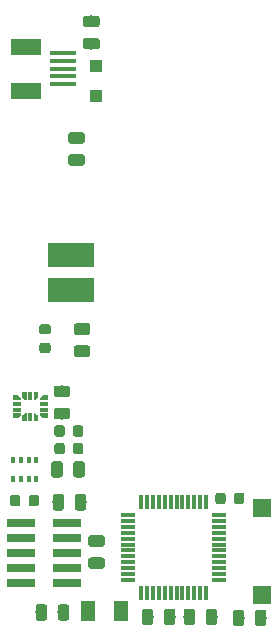
<source format=gbr>
G04 #@! TF.GenerationSoftware,KiCad,Pcbnew,(5.0.1)-rc2*
G04 #@! TF.CreationDate,2019-03-21T01:05:14-07:00*
G04 #@! TF.ProjectId,littlebeepboop,6C6974746C6562656570626F6F702E6B,rev?*
G04 #@! TF.SameCoordinates,Original*
G04 #@! TF.FileFunction,Paste,Top*
G04 #@! TF.FilePolarity,Positive*
%FSLAX46Y46*%
G04 Gerber Fmt 4.6, Leading zero omitted, Abs format (unit mm)*
G04 Created by KiCad (PCBNEW (5.0.1)-rc2) date 3/21/2019 1:05:14 AM*
%MOMM*%
%LPD*%
G01*
G04 APERTURE LIST*
%ADD10C,0.100000*%
%ADD11C,0.975000*%
%ADD12R,2.500000X1.430000*%
%ADD13R,2.250000X0.400000*%
%ADD14C,0.875000*%
%ADD15R,4.000000X2.000000*%
%ADD16C,0.400000*%
%ADD17R,0.675000X0.400000*%
%ADD18R,0.400000X0.675000*%
%ADD19R,0.350000X0.500000*%
%ADD20R,1.000000X1.000000*%
%ADD21R,2.400000X0.740000*%
%ADD22R,0.350000X1.250000*%
%ADD23R,1.250000X0.350000*%
%ADD24R,1.500000X1.500000*%
%ADD25R,1.300000X1.800000*%
G04 APERTURE END LIST*
D10*
G04 #@! TO.C,C20*
G36*
X162050142Y-128451174D02*
X162073803Y-128454684D01*
X162097007Y-128460496D01*
X162119529Y-128468554D01*
X162141153Y-128478782D01*
X162161670Y-128491079D01*
X162180883Y-128505329D01*
X162198607Y-128521393D01*
X162214671Y-128539117D01*
X162228921Y-128558330D01*
X162241218Y-128578847D01*
X162251446Y-128600471D01*
X162259504Y-128622993D01*
X162265316Y-128646197D01*
X162268826Y-128669858D01*
X162270000Y-128693750D01*
X162270000Y-129606250D01*
X162268826Y-129630142D01*
X162265316Y-129653803D01*
X162259504Y-129677007D01*
X162251446Y-129699529D01*
X162241218Y-129721153D01*
X162228921Y-129741670D01*
X162214671Y-129760883D01*
X162198607Y-129778607D01*
X162180883Y-129794671D01*
X162161670Y-129808921D01*
X162141153Y-129821218D01*
X162119529Y-129831446D01*
X162097007Y-129839504D01*
X162073803Y-129845316D01*
X162050142Y-129848826D01*
X162026250Y-129850000D01*
X161538750Y-129850000D01*
X161514858Y-129848826D01*
X161491197Y-129845316D01*
X161467993Y-129839504D01*
X161445471Y-129831446D01*
X161423847Y-129821218D01*
X161403330Y-129808921D01*
X161384117Y-129794671D01*
X161366393Y-129778607D01*
X161350329Y-129760883D01*
X161336079Y-129741670D01*
X161323782Y-129721153D01*
X161313554Y-129699529D01*
X161305496Y-129677007D01*
X161299684Y-129653803D01*
X161296174Y-129630142D01*
X161295000Y-129606250D01*
X161295000Y-128693750D01*
X161296174Y-128669858D01*
X161299684Y-128646197D01*
X161305496Y-128622993D01*
X161313554Y-128600471D01*
X161323782Y-128578847D01*
X161336079Y-128558330D01*
X161350329Y-128539117D01*
X161366393Y-128521393D01*
X161384117Y-128505329D01*
X161403330Y-128491079D01*
X161423847Y-128478782D01*
X161445471Y-128468554D01*
X161467993Y-128460496D01*
X161491197Y-128454684D01*
X161514858Y-128451174D01*
X161538750Y-128450000D01*
X162026250Y-128450000D01*
X162050142Y-128451174D01*
X162050142Y-128451174D01*
G37*
D11*
X161782500Y-129150000D03*
D10*
G36*
X163925142Y-128451174D02*
X163948803Y-128454684D01*
X163972007Y-128460496D01*
X163994529Y-128468554D01*
X164016153Y-128478782D01*
X164036670Y-128491079D01*
X164055883Y-128505329D01*
X164073607Y-128521393D01*
X164089671Y-128539117D01*
X164103921Y-128558330D01*
X164116218Y-128578847D01*
X164126446Y-128600471D01*
X164134504Y-128622993D01*
X164140316Y-128646197D01*
X164143826Y-128669858D01*
X164145000Y-128693750D01*
X164145000Y-129606250D01*
X164143826Y-129630142D01*
X164140316Y-129653803D01*
X164134504Y-129677007D01*
X164126446Y-129699529D01*
X164116218Y-129721153D01*
X164103921Y-129741670D01*
X164089671Y-129760883D01*
X164073607Y-129778607D01*
X164055883Y-129794671D01*
X164036670Y-129808921D01*
X164016153Y-129821218D01*
X163994529Y-129831446D01*
X163972007Y-129839504D01*
X163948803Y-129845316D01*
X163925142Y-129848826D01*
X163901250Y-129850000D01*
X163413750Y-129850000D01*
X163389858Y-129848826D01*
X163366197Y-129845316D01*
X163342993Y-129839504D01*
X163320471Y-129831446D01*
X163298847Y-129821218D01*
X163278330Y-129808921D01*
X163259117Y-129794671D01*
X163241393Y-129778607D01*
X163225329Y-129760883D01*
X163211079Y-129741670D01*
X163198782Y-129721153D01*
X163188554Y-129699529D01*
X163180496Y-129677007D01*
X163174684Y-129653803D01*
X163171174Y-129630142D01*
X163170000Y-129606250D01*
X163170000Y-128693750D01*
X163171174Y-128669858D01*
X163174684Y-128646197D01*
X163180496Y-128622993D01*
X163188554Y-128600471D01*
X163198782Y-128578847D01*
X163211079Y-128558330D01*
X163225329Y-128539117D01*
X163241393Y-128521393D01*
X163259117Y-128505329D01*
X163278330Y-128491079D01*
X163298847Y-128478782D01*
X163320471Y-128468554D01*
X163342993Y-128460496D01*
X163366197Y-128454684D01*
X163389858Y-128451174D01*
X163413750Y-128450000D01*
X163901250Y-128450000D01*
X163925142Y-128451174D01*
X163925142Y-128451174D01*
G37*
D11*
X163657500Y-129150000D03*
G04 #@! TD*
D10*
G04 #@! TO.C,C5*
G36*
X171477642Y-138151174D02*
X171501303Y-138154684D01*
X171524507Y-138160496D01*
X171547029Y-138168554D01*
X171568653Y-138178782D01*
X171589170Y-138191079D01*
X171608383Y-138205329D01*
X171626107Y-138221393D01*
X171642171Y-138239117D01*
X171656421Y-138258330D01*
X171668718Y-138278847D01*
X171678946Y-138300471D01*
X171687004Y-138322993D01*
X171692816Y-138346197D01*
X171696326Y-138369858D01*
X171697500Y-138393750D01*
X171697500Y-139306250D01*
X171696326Y-139330142D01*
X171692816Y-139353803D01*
X171687004Y-139377007D01*
X171678946Y-139399529D01*
X171668718Y-139421153D01*
X171656421Y-139441670D01*
X171642171Y-139460883D01*
X171626107Y-139478607D01*
X171608383Y-139494671D01*
X171589170Y-139508921D01*
X171568653Y-139521218D01*
X171547029Y-139531446D01*
X171524507Y-139539504D01*
X171501303Y-139545316D01*
X171477642Y-139548826D01*
X171453750Y-139550000D01*
X170966250Y-139550000D01*
X170942358Y-139548826D01*
X170918697Y-139545316D01*
X170895493Y-139539504D01*
X170872971Y-139531446D01*
X170851347Y-139521218D01*
X170830830Y-139508921D01*
X170811617Y-139494671D01*
X170793893Y-139478607D01*
X170777829Y-139460883D01*
X170763579Y-139441670D01*
X170751282Y-139421153D01*
X170741054Y-139399529D01*
X170732996Y-139377007D01*
X170727184Y-139353803D01*
X170723674Y-139330142D01*
X170722500Y-139306250D01*
X170722500Y-138393750D01*
X170723674Y-138369858D01*
X170727184Y-138346197D01*
X170732996Y-138322993D01*
X170741054Y-138300471D01*
X170751282Y-138278847D01*
X170763579Y-138258330D01*
X170777829Y-138239117D01*
X170793893Y-138221393D01*
X170811617Y-138205329D01*
X170830830Y-138191079D01*
X170851347Y-138178782D01*
X170872971Y-138168554D01*
X170895493Y-138160496D01*
X170918697Y-138154684D01*
X170942358Y-138151174D01*
X170966250Y-138150000D01*
X171453750Y-138150000D01*
X171477642Y-138151174D01*
X171477642Y-138151174D01*
G37*
D11*
X171210000Y-138850000D03*
D10*
G36*
X169602642Y-138151174D02*
X169626303Y-138154684D01*
X169649507Y-138160496D01*
X169672029Y-138168554D01*
X169693653Y-138178782D01*
X169714170Y-138191079D01*
X169733383Y-138205329D01*
X169751107Y-138221393D01*
X169767171Y-138239117D01*
X169781421Y-138258330D01*
X169793718Y-138278847D01*
X169803946Y-138300471D01*
X169812004Y-138322993D01*
X169817816Y-138346197D01*
X169821326Y-138369858D01*
X169822500Y-138393750D01*
X169822500Y-139306250D01*
X169821326Y-139330142D01*
X169817816Y-139353803D01*
X169812004Y-139377007D01*
X169803946Y-139399529D01*
X169793718Y-139421153D01*
X169781421Y-139441670D01*
X169767171Y-139460883D01*
X169751107Y-139478607D01*
X169733383Y-139494671D01*
X169714170Y-139508921D01*
X169693653Y-139521218D01*
X169672029Y-139531446D01*
X169649507Y-139539504D01*
X169626303Y-139545316D01*
X169602642Y-139548826D01*
X169578750Y-139550000D01*
X169091250Y-139550000D01*
X169067358Y-139548826D01*
X169043697Y-139545316D01*
X169020493Y-139539504D01*
X168997971Y-139531446D01*
X168976347Y-139521218D01*
X168955830Y-139508921D01*
X168936617Y-139494671D01*
X168918893Y-139478607D01*
X168902829Y-139460883D01*
X168888579Y-139441670D01*
X168876282Y-139421153D01*
X168866054Y-139399529D01*
X168857996Y-139377007D01*
X168852184Y-139353803D01*
X168848674Y-139330142D01*
X168847500Y-139306250D01*
X168847500Y-138393750D01*
X168848674Y-138369858D01*
X168852184Y-138346197D01*
X168857996Y-138322993D01*
X168866054Y-138300471D01*
X168876282Y-138278847D01*
X168888579Y-138258330D01*
X168902829Y-138239117D01*
X168918893Y-138221393D01*
X168936617Y-138205329D01*
X168955830Y-138191079D01*
X168976347Y-138178782D01*
X168997971Y-138168554D01*
X169020493Y-138160496D01*
X169043697Y-138154684D01*
X169067358Y-138151174D01*
X169091250Y-138150000D01*
X169578750Y-138150000D01*
X169602642Y-138151174D01*
X169602642Y-138151174D01*
G37*
D11*
X169335000Y-138850000D03*
G04 #@! TD*
D10*
G04 #@! TO.C,C4*
G36*
X162482642Y-137781174D02*
X162506303Y-137784684D01*
X162529507Y-137790496D01*
X162552029Y-137798554D01*
X162573653Y-137808782D01*
X162594170Y-137821079D01*
X162613383Y-137835329D01*
X162631107Y-137851393D01*
X162647171Y-137869117D01*
X162661421Y-137888330D01*
X162673718Y-137908847D01*
X162683946Y-137930471D01*
X162692004Y-137952993D01*
X162697816Y-137976197D01*
X162701326Y-137999858D01*
X162702500Y-138023750D01*
X162702500Y-138936250D01*
X162701326Y-138960142D01*
X162697816Y-138983803D01*
X162692004Y-139007007D01*
X162683946Y-139029529D01*
X162673718Y-139051153D01*
X162661421Y-139071670D01*
X162647171Y-139090883D01*
X162631107Y-139108607D01*
X162613383Y-139124671D01*
X162594170Y-139138921D01*
X162573653Y-139151218D01*
X162552029Y-139161446D01*
X162529507Y-139169504D01*
X162506303Y-139175316D01*
X162482642Y-139178826D01*
X162458750Y-139180000D01*
X161971250Y-139180000D01*
X161947358Y-139178826D01*
X161923697Y-139175316D01*
X161900493Y-139169504D01*
X161877971Y-139161446D01*
X161856347Y-139151218D01*
X161835830Y-139138921D01*
X161816617Y-139124671D01*
X161798893Y-139108607D01*
X161782829Y-139090883D01*
X161768579Y-139071670D01*
X161756282Y-139051153D01*
X161746054Y-139029529D01*
X161737996Y-139007007D01*
X161732184Y-138983803D01*
X161728674Y-138960142D01*
X161727500Y-138936250D01*
X161727500Y-138023750D01*
X161728674Y-137999858D01*
X161732184Y-137976197D01*
X161737996Y-137952993D01*
X161746054Y-137930471D01*
X161756282Y-137908847D01*
X161768579Y-137888330D01*
X161782829Y-137869117D01*
X161798893Y-137851393D01*
X161816617Y-137835329D01*
X161835830Y-137821079D01*
X161856347Y-137808782D01*
X161877971Y-137798554D01*
X161900493Y-137790496D01*
X161923697Y-137784684D01*
X161947358Y-137781174D01*
X161971250Y-137780000D01*
X162458750Y-137780000D01*
X162482642Y-137781174D01*
X162482642Y-137781174D01*
G37*
D11*
X162215000Y-138480000D03*
D10*
G36*
X160607642Y-137781174D02*
X160631303Y-137784684D01*
X160654507Y-137790496D01*
X160677029Y-137798554D01*
X160698653Y-137808782D01*
X160719170Y-137821079D01*
X160738383Y-137835329D01*
X160756107Y-137851393D01*
X160772171Y-137869117D01*
X160786421Y-137888330D01*
X160798718Y-137908847D01*
X160808946Y-137930471D01*
X160817004Y-137952993D01*
X160822816Y-137976197D01*
X160826326Y-137999858D01*
X160827500Y-138023750D01*
X160827500Y-138936250D01*
X160826326Y-138960142D01*
X160822816Y-138983803D01*
X160817004Y-139007007D01*
X160808946Y-139029529D01*
X160798718Y-139051153D01*
X160786421Y-139071670D01*
X160772171Y-139090883D01*
X160756107Y-139108607D01*
X160738383Y-139124671D01*
X160719170Y-139138921D01*
X160698653Y-139151218D01*
X160677029Y-139161446D01*
X160654507Y-139169504D01*
X160631303Y-139175316D01*
X160607642Y-139178826D01*
X160583750Y-139180000D01*
X160096250Y-139180000D01*
X160072358Y-139178826D01*
X160048697Y-139175316D01*
X160025493Y-139169504D01*
X160002971Y-139161446D01*
X159981347Y-139151218D01*
X159960830Y-139138921D01*
X159941617Y-139124671D01*
X159923893Y-139108607D01*
X159907829Y-139090883D01*
X159893579Y-139071670D01*
X159881282Y-139051153D01*
X159871054Y-139029529D01*
X159862996Y-139007007D01*
X159857184Y-138983803D01*
X159853674Y-138960142D01*
X159852500Y-138936250D01*
X159852500Y-138023750D01*
X159853674Y-137999858D01*
X159857184Y-137976197D01*
X159862996Y-137952993D01*
X159871054Y-137930471D01*
X159881282Y-137908847D01*
X159893579Y-137888330D01*
X159907829Y-137869117D01*
X159923893Y-137851393D01*
X159941617Y-137835329D01*
X159960830Y-137821079D01*
X159981347Y-137808782D01*
X160002971Y-137798554D01*
X160025493Y-137790496D01*
X160048697Y-137784684D01*
X160072358Y-137781174D01*
X160096250Y-137780000D01*
X160583750Y-137780000D01*
X160607642Y-137781174D01*
X160607642Y-137781174D01*
G37*
D11*
X160340000Y-138480000D03*
G04 #@! TD*
D10*
G04 #@! TO.C,C12*
G36*
X163802142Y-99686674D02*
X163825803Y-99690184D01*
X163849007Y-99695996D01*
X163871529Y-99704054D01*
X163893153Y-99714282D01*
X163913670Y-99726579D01*
X163932883Y-99740829D01*
X163950607Y-99756893D01*
X163966671Y-99774617D01*
X163980921Y-99793830D01*
X163993218Y-99814347D01*
X164003446Y-99835971D01*
X164011504Y-99858493D01*
X164017316Y-99881697D01*
X164020826Y-99905358D01*
X164022000Y-99929250D01*
X164022000Y-100416750D01*
X164020826Y-100440642D01*
X164017316Y-100464303D01*
X164011504Y-100487507D01*
X164003446Y-100510029D01*
X163993218Y-100531653D01*
X163980921Y-100552170D01*
X163966671Y-100571383D01*
X163950607Y-100589107D01*
X163932883Y-100605171D01*
X163913670Y-100619421D01*
X163893153Y-100631718D01*
X163871529Y-100641946D01*
X163849007Y-100650004D01*
X163825803Y-100655816D01*
X163802142Y-100659326D01*
X163778250Y-100660500D01*
X162865750Y-100660500D01*
X162841858Y-100659326D01*
X162818197Y-100655816D01*
X162794993Y-100650004D01*
X162772471Y-100641946D01*
X162750847Y-100631718D01*
X162730330Y-100619421D01*
X162711117Y-100605171D01*
X162693393Y-100589107D01*
X162677329Y-100571383D01*
X162663079Y-100552170D01*
X162650782Y-100531653D01*
X162640554Y-100510029D01*
X162632496Y-100487507D01*
X162626684Y-100464303D01*
X162623174Y-100440642D01*
X162622000Y-100416750D01*
X162622000Y-99929250D01*
X162623174Y-99905358D01*
X162626684Y-99881697D01*
X162632496Y-99858493D01*
X162640554Y-99835971D01*
X162650782Y-99814347D01*
X162663079Y-99793830D01*
X162677329Y-99774617D01*
X162693393Y-99756893D01*
X162711117Y-99740829D01*
X162730330Y-99726579D01*
X162750847Y-99714282D01*
X162772471Y-99704054D01*
X162794993Y-99695996D01*
X162818197Y-99690184D01*
X162841858Y-99686674D01*
X162865750Y-99685500D01*
X163778250Y-99685500D01*
X163802142Y-99686674D01*
X163802142Y-99686674D01*
G37*
D11*
X163322000Y-100173000D03*
D10*
G36*
X163802142Y-97811674D02*
X163825803Y-97815184D01*
X163849007Y-97820996D01*
X163871529Y-97829054D01*
X163893153Y-97839282D01*
X163913670Y-97851579D01*
X163932883Y-97865829D01*
X163950607Y-97881893D01*
X163966671Y-97899617D01*
X163980921Y-97918830D01*
X163993218Y-97939347D01*
X164003446Y-97960971D01*
X164011504Y-97983493D01*
X164017316Y-98006697D01*
X164020826Y-98030358D01*
X164022000Y-98054250D01*
X164022000Y-98541750D01*
X164020826Y-98565642D01*
X164017316Y-98589303D01*
X164011504Y-98612507D01*
X164003446Y-98635029D01*
X163993218Y-98656653D01*
X163980921Y-98677170D01*
X163966671Y-98696383D01*
X163950607Y-98714107D01*
X163932883Y-98730171D01*
X163913670Y-98744421D01*
X163893153Y-98756718D01*
X163871529Y-98766946D01*
X163849007Y-98775004D01*
X163825803Y-98780816D01*
X163802142Y-98784326D01*
X163778250Y-98785500D01*
X162865750Y-98785500D01*
X162841858Y-98784326D01*
X162818197Y-98780816D01*
X162794993Y-98775004D01*
X162772471Y-98766946D01*
X162750847Y-98756718D01*
X162730330Y-98744421D01*
X162711117Y-98730171D01*
X162693393Y-98714107D01*
X162677329Y-98696383D01*
X162663079Y-98677170D01*
X162650782Y-98656653D01*
X162640554Y-98635029D01*
X162632496Y-98612507D01*
X162626684Y-98589303D01*
X162623174Y-98565642D01*
X162622000Y-98541750D01*
X162622000Y-98054250D01*
X162623174Y-98030358D01*
X162626684Y-98006697D01*
X162632496Y-97983493D01*
X162640554Y-97960971D01*
X162650782Y-97939347D01*
X162663079Y-97918830D01*
X162677329Y-97899617D01*
X162693393Y-97881893D01*
X162711117Y-97865829D01*
X162730330Y-97851579D01*
X162750847Y-97839282D01*
X162772471Y-97829054D01*
X162794993Y-97820996D01*
X162818197Y-97815184D01*
X162841858Y-97811674D01*
X162865750Y-97810500D01*
X163778250Y-97810500D01*
X163802142Y-97811674D01*
X163802142Y-97811674D01*
G37*
D11*
X163322000Y-98298000D03*
G04 #@! TD*
D10*
G04 #@! TO.C,C15*
G36*
X175015142Y-138151174D02*
X175038803Y-138154684D01*
X175062007Y-138160496D01*
X175084529Y-138168554D01*
X175106153Y-138178782D01*
X175126670Y-138191079D01*
X175145883Y-138205329D01*
X175163607Y-138221393D01*
X175179671Y-138239117D01*
X175193921Y-138258330D01*
X175206218Y-138278847D01*
X175216446Y-138300471D01*
X175224504Y-138322993D01*
X175230316Y-138346197D01*
X175233826Y-138369858D01*
X175235000Y-138393750D01*
X175235000Y-139306250D01*
X175233826Y-139330142D01*
X175230316Y-139353803D01*
X175224504Y-139377007D01*
X175216446Y-139399529D01*
X175206218Y-139421153D01*
X175193921Y-139441670D01*
X175179671Y-139460883D01*
X175163607Y-139478607D01*
X175145883Y-139494671D01*
X175126670Y-139508921D01*
X175106153Y-139521218D01*
X175084529Y-139531446D01*
X175062007Y-139539504D01*
X175038803Y-139545316D01*
X175015142Y-139548826D01*
X174991250Y-139550000D01*
X174503750Y-139550000D01*
X174479858Y-139548826D01*
X174456197Y-139545316D01*
X174432993Y-139539504D01*
X174410471Y-139531446D01*
X174388847Y-139521218D01*
X174368330Y-139508921D01*
X174349117Y-139494671D01*
X174331393Y-139478607D01*
X174315329Y-139460883D01*
X174301079Y-139441670D01*
X174288782Y-139421153D01*
X174278554Y-139399529D01*
X174270496Y-139377007D01*
X174264684Y-139353803D01*
X174261174Y-139330142D01*
X174260000Y-139306250D01*
X174260000Y-138393750D01*
X174261174Y-138369858D01*
X174264684Y-138346197D01*
X174270496Y-138322993D01*
X174278554Y-138300471D01*
X174288782Y-138278847D01*
X174301079Y-138258330D01*
X174315329Y-138239117D01*
X174331393Y-138221393D01*
X174349117Y-138205329D01*
X174368330Y-138191079D01*
X174388847Y-138178782D01*
X174410471Y-138168554D01*
X174432993Y-138160496D01*
X174456197Y-138154684D01*
X174479858Y-138151174D01*
X174503750Y-138150000D01*
X174991250Y-138150000D01*
X175015142Y-138151174D01*
X175015142Y-138151174D01*
G37*
D11*
X174747500Y-138850000D03*
D10*
G36*
X173140142Y-138151174D02*
X173163803Y-138154684D01*
X173187007Y-138160496D01*
X173209529Y-138168554D01*
X173231153Y-138178782D01*
X173251670Y-138191079D01*
X173270883Y-138205329D01*
X173288607Y-138221393D01*
X173304671Y-138239117D01*
X173318921Y-138258330D01*
X173331218Y-138278847D01*
X173341446Y-138300471D01*
X173349504Y-138322993D01*
X173355316Y-138346197D01*
X173358826Y-138369858D01*
X173360000Y-138393750D01*
X173360000Y-139306250D01*
X173358826Y-139330142D01*
X173355316Y-139353803D01*
X173349504Y-139377007D01*
X173341446Y-139399529D01*
X173331218Y-139421153D01*
X173318921Y-139441670D01*
X173304671Y-139460883D01*
X173288607Y-139478607D01*
X173270883Y-139494671D01*
X173251670Y-139508921D01*
X173231153Y-139521218D01*
X173209529Y-139531446D01*
X173187007Y-139539504D01*
X173163803Y-139545316D01*
X173140142Y-139548826D01*
X173116250Y-139550000D01*
X172628750Y-139550000D01*
X172604858Y-139548826D01*
X172581197Y-139545316D01*
X172557993Y-139539504D01*
X172535471Y-139531446D01*
X172513847Y-139521218D01*
X172493330Y-139508921D01*
X172474117Y-139494671D01*
X172456393Y-139478607D01*
X172440329Y-139460883D01*
X172426079Y-139441670D01*
X172413782Y-139421153D01*
X172403554Y-139399529D01*
X172395496Y-139377007D01*
X172389684Y-139353803D01*
X172386174Y-139330142D01*
X172385000Y-139306250D01*
X172385000Y-138393750D01*
X172386174Y-138369858D01*
X172389684Y-138346197D01*
X172395496Y-138322993D01*
X172403554Y-138300471D01*
X172413782Y-138278847D01*
X172426079Y-138258330D01*
X172440329Y-138239117D01*
X172456393Y-138221393D01*
X172474117Y-138205329D01*
X172493330Y-138191079D01*
X172513847Y-138178782D01*
X172535471Y-138168554D01*
X172557993Y-138160496D01*
X172581197Y-138154684D01*
X172604858Y-138151174D01*
X172628750Y-138150000D01*
X173116250Y-138150000D01*
X173140142Y-138151174D01*
X173140142Y-138151174D01*
G37*
D11*
X172872500Y-138850000D03*
G04 #@! TD*
D10*
G04 #@! TO.C,C16*
G36*
X165490142Y-133823674D02*
X165513803Y-133827184D01*
X165537007Y-133832996D01*
X165559529Y-133841054D01*
X165581153Y-133851282D01*
X165601670Y-133863579D01*
X165620883Y-133877829D01*
X165638607Y-133893893D01*
X165654671Y-133911617D01*
X165668921Y-133930830D01*
X165681218Y-133951347D01*
X165691446Y-133972971D01*
X165699504Y-133995493D01*
X165705316Y-134018697D01*
X165708826Y-134042358D01*
X165710000Y-134066250D01*
X165710000Y-134553750D01*
X165708826Y-134577642D01*
X165705316Y-134601303D01*
X165699504Y-134624507D01*
X165691446Y-134647029D01*
X165681218Y-134668653D01*
X165668921Y-134689170D01*
X165654671Y-134708383D01*
X165638607Y-134726107D01*
X165620883Y-134742171D01*
X165601670Y-134756421D01*
X165581153Y-134768718D01*
X165559529Y-134778946D01*
X165537007Y-134787004D01*
X165513803Y-134792816D01*
X165490142Y-134796326D01*
X165466250Y-134797500D01*
X164553750Y-134797500D01*
X164529858Y-134796326D01*
X164506197Y-134792816D01*
X164482993Y-134787004D01*
X164460471Y-134778946D01*
X164438847Y-134768718D01*
X164418330Y-134756421D01*
X164399117Y-134742171D01*
X164381393Y-134726107D01*
X164365329Y-134708383D01*
X164351079Y-134689170D01*
X164338782Y-134668653D01*
X164328554Y-134647029D01*
X164320496Y-134624507D01*
X164314684Y-134601303D01*
X164311174Y-134577642D01*
X164310000Y-134553750D01*
X164310000Y-134066250D01*
X164311174Y-134042358D01*
X164314684Y-134018697D01*
X164320496Y-133995493D01*
X164328554Y-133972971D01*
X164338782Y-133951347D01*
X164351079Y-133930830D01*
X164365329Y-133911617D01*
X164381393Y-133893893D01*
X164399117Y-133877829D01*
X164418330Y-133863579D01*
X164438847Y-133851282D01*
X164460471Y-133841054D01*
X164482993Y-133832996D01*
X164506197Y-133827184D01*
X164529858Y-133823674D01*
X164553750Y-133822500D01*
X165466250Y-133822500D01*
X165490142Y-133823674D01*
X165490142Y-133823674D01*
G37*
D11*
X165010000Y-134310000D03*
D10*
G36*
X165490142Y-131948674D02*
X165513803Y-131952184D01*
X165537007Y-131957996D01*
X165559529Y-131966054D01*
X165581153Y-131976282D01*
X165601670Y-131988579D01*
X165620883Y-132002829D01*
X165638607Y-132018893D01*
X165654671Y-132036617D01*
X165668921Y-132055830D01*
X165681218Y-132076347D01*
X165691446Y-132097971D01*
X165699504Y-132120493D01*
X165705316Y-132143697D01*
X165708826Y-132167358D01*
X165710000Y-132191250D01*
X165710000Y-132678750D01*
X165708826Y-132702642D01*
X165705316Y-132726303D01*
X165699504Y-132749507D01*
X165691446Y-132772029D01*
X165681218Y-132793653D01*
X165668921Y-132814170D01*
X165654671Y-132833383D01*
X165638607Y-132851107D01*
X165620883Y-132867171D01*
X165601670Y-132881421D01*
X165581153Y-132893718D01*
X165559529Y-132903946D01*
X165537007Y-132912004D01*
X165513803Y-132917816D01*
X165490142Y-132921326D01*
X165466250Y-132922500D01*
X164553750Y-132922500D01*
X164529858Y-132921326D01*
X164506197Y-132917816D01*
X164482993Y-132912004D01*
X164460471Y-132903946D01*
X164438847Y-132893718D01*
X164418330Y-132881421D01*
X164399117Y-132867171D01*
X164381393Y-132851107D01*
X164365329Y-132833383D01*
X164351079Y-132814170D01*
X164338782Y-132793653D01*
X164328554Y-132772029D01*
X164320496Y-132749507D01*
X164314684Y-132726303D01*
X164311174Y-132702642D01*
X164310000Y-132678750D01*
X164310000Y-132191250D01*
X164311174Y-132167358D01*
X164314684Y-132143697D01*
X164320496Y-132120493D01*
X164328554Y-132097971D01*
X164338782Y-132076347D01*
X164351079Y-132055830D01*
X164365329Y-132036617D01*
X164381393Y-132018893D01*
X164399117Y-132002829D01*
X164418330Y-131988579D01*
X164438847Y-131976282D01*
X164460471Y-131966054D01*
X164482993Y-131957996D01*
X164506197Y-131952184D01*
X164529858Y-131948674D01*
X164553750Y-131947500D01*
X165466250Y-131947500D01*
X165490142Y-131948674D01*
X165490142Y-131948674D01*
G37*
D11*
X165010000Y-132435000D03*
G04 #@! TD*
D10*
G04 #@! TO.C,D1*
G36*
X164270142Y-115873674D02*
X164293803Y-115877184D01*
X164317007Y-115882996D01*
X164339529Y-115891054D01*
X164361153Y-115901282D01*
X164381670Y-115913579D01*
X164400883Y-115927829D01*
X164418607Y-115943893D01*
X164434671Y-115961617D01*
X164448921Y-115980830D01*
X164461218Y-116001347D01*
X164471446Y-116022971D01*
X164479504Y-116045493D01*
X164485316Y-116068697D01*
X164488826Y-116092358D01*
X164490000Y-116116250D01*
X164490000Y-116603750D01*
X164488826Y-116627642D01*
X164485316Y-116651303D01*
X164479504Y-116674507D01*
X164471446Y-116697029D01*
X164461218Y-116718653D01*
X164448921Y-116739170D01*
X164434671Y-116758383D01*
X164418607Y-116776107D01*
X164400883Y-116792171D01*
X164381670Y-116806421D01*
X164361153Y-116818718D01*
X164339529Y-116828946D01*
X164317007Y-116837004D01*
X164293803Y-116842816D01*
X164270142Y-116846326D01*
X164246250Y-116847500D01*
X163333750Y-116847500D01*
X163309858Y-116846326D01*
X163286197Y-116842816D01*
X163262993Y-116837004D01*
X163240471Y-116828946D01*
X163218847Y-116818718D01*
X163198330Y-116806421D01*
X163179117Y-116792171D01*
X163161393Y-116776107D01*
X163145329Y-116758383D01*
X163131079Y-116739170D01*
X163118782Y-116718653D01*
X163108554Y-116697029D01*
X163100496Y-116674507D01*
X163094684Y-116651303D01*
X163091174Y-116627642D01*
X163090000Y-116603750D01*
X163090000Y-116116250D01*
X163091174Y-116092358D01*
X163094684Y-116068697D01*
X163100496Y-116045493D01*
X163108554Y-116022971D01*
X163118782Y-116001347D01*
X163131079Y-115980830D01*
X163145329Y-115961617D01*
X163161393Y-115943893D01*
X163179117Y-115927829D01*
X163198330Y-115913579D01*
X163218847Y-115901282D01*
X163240471Y-115891054D01*
X163262993Y-115882996D01*
X163286197Y-115877184D01*
X163309858Y-115873674D01*
X163333750Y-115872500D01*
X164246250Y-115872500D01*
X164270142Y-115873674D01*
X164270142Y-115873674D01*
G37*
D11*
X163790000Y-116360000D03*
D10*
G36*
X164270142Y-113998674D02*
X164293803Y-114002184D01*
X164317007Y-114007996D01*
X164339529Y-114016054D01*
X164361153Y-114026282D01*
X164381670Y-114038579D01*
X164400883Y-114052829D01*
X164418607Y-114068893D01*
X164434671Y-114086617D01*
X164448921Y-114105830D01*
X164461218Y-114126347D01*
X164471446Y-114147971D01*
X164479504Y-114170493D01*
X164485316Y-114193697D01*
X164488826Y-114217358D01*
X164490000Y-114241250D01*
X164490000Y-114728750D01*
X164488826Y-114752642D01*
X164485316Y-114776303D01*
X164479504Y-114799507D01*
X164471446Y-114822029D01*
X164461218Y-114843653D01*
X164448921Y-114864170D01*
X164434671Y-114883383D01*
X164418607Y-114901107D01*
X164400883Y-114917171D01*
X164381670Y-114931421D01*
X164361153Y-114943718D01*
X164339529Y-114953946D01*
X164317007Y-114962004D01*
X164293803Y-114967816D01*
X164270142Y-114971326D01*
X164246250Y-114972500D01*
X163333750Y-114972500D01*
X163309858Y-114971326D01*
X163286197Y-114967816D01*
X163262993Y-114962004D01*
X163240471Y-114953946D01*
X163218847Y-114943718D01*
X163198330Y-114931421D01*
X163179117Y-114917171D01*
X163161393Y-114901107D01*
X163145329Y-114883383D01*
X163131079Y-114864170D01*
X163118782Y-114843653D01*
X163108554Y-114822029D01*
X163100496Y-114799507D01*
X163094684Y-114776303D01*
X163091174Y-114752642D01*
X163090000Y-114728750D01*
X163090000Y-114241250D01*
X163091174Y-114217358D01*
X163094684Y-114193697D01*
X163100496Y-114170493D01*
X163108554Y-114147971D01*
X163118782Y-114126347D01*
X163131079Y-114105830D01*
X163145329Y-114086617D01*
X163161393Y-114068893D01*
X163179117Y-114052829D01*
X163198330Y-114038579D01*
X163218847Y-114026282D01*
X163240471Y-114016054D01*
X163262993Y-114007996D01*
X163286197Y-114002184D01*
X163309858Y-113998674D01*
X163333750Y-113997500D01*
X164246250Y-113997500D01*
X164270142Y-113998674D01*
X164270142Y-113998674D01*
G37*
D11*
X163790000Y-114485000D03*
G04 #@! TD*
D10*
G04 #@! TO.C,D2*
G36*
X165060142Y-89833674D02*
X165083803Y-89837184D01*
X165107007Y-89842996D01*
X165129529Y-89851054D01*
X165151153Y-89861282D01*
X165171670Y-89873579D01*
X165190883Y-89887829D01*
X165208607Y-89903893D01*
X165224671Y-89921617D01*
X165238921Y-89940830D01*
X165251218Y-89961347D01*
X165261446Y-89982971D01*
X165269504Y-90005493D01*
X165275316Y-90028697D01*
X165278826Y-90052358D01*
X165280000Y-90076250D01*
X165280000Y-90563750D01*
X165278826Y-90587642D01*
X165275316Y-90611303D01*
X165269504Y-90634507D01*
X165261446Y-90657029D01*
X165251218Y-90678653D01*
X165238921Y-90699170D01*
X165224671Y-90718383D01*
X165208607Y-90736107D01*
X165190883Y-90752171D01*
X165171670Y-90766421D01*
X165151153Y-90778718D01*
X165129529Y-90788946D01*
X165107007Y-90797004D01*
X165083803Y-90802816D01*
X165060142Y-90806326D01*
X165036250Y-90807500D01*
X164123750Y-90807500D01*
X164099858Y-90806326D01*
X164076197Y-90802816D01*
X164052993Y-90797004D01*
X164030471Y-90788946D01*
X164008847Y-90778718D01*
X163988330Y-90766421D01*
X163969117Y-90752171D01*
X163951393Y-90736107D01*
X163935329Y-90718383D01*
X163921079Y-90699170D01*
X163908782Y-90678653D01*
X163898554Y-90657029D01*
X163890496Y-90634507D01*
X163884684Y-90611303D01*
X163881174Y-90587642D01*
X163880000Y-90563750D01*
X163880000Y-90076250D01*
X163881174Y-90052358D01*
X163884684Y-90028697D01*
X163890496Y-90005493D01*
X163898554Y-89982971D01*
X163908782Y-89961347D01*
X163921079Y-89940830D01*
X163935329Y-89921617D01*
X163951393Y-89903893D01*
X163969117Y-89887829D01*
X163988330Y-89873579D01*
X164008847Y-89861282D01*
X164030471Y-89851054D01*
X164052993Y-89842996D01*
X164076197Y-89837184D01*
X164099858Y-89833674D01*
X164123750Y-89832500D01*
X165036250Y-89832500D01*
X165060142Y-89833674D01*
X165060142Y-89833674D01*
G37*
D11*
X164580000Y-90320000D03*
D10*
G36*
X165060142Y-87958674D02*
X165083803Y-87962184D01*
X165107007Y-87967996D01*
X165129529Y-87976054D01*
X165151153Y-87986282D01*
X165171670Y-87998579D01*
X165190883Y-88012829D01*
X165208607Y-88028893D01*
X165224671Y-88046617D01*
X165238921Y-88065830D01*
X165251218Y-88086347D01*
X165261446Y-88107971D01*
X165269504Y-88130493D01*
X165275316Y-88153697D01*
X165278826Y-88177358D01*
X165280000Y-88201250D01*
X165280000Y-88688750D01*
X165278826Y-88712642D01*
X165275316Y-88736303D01*
X165269504Y-88759507D01*
X165261446Y-88782029D01*
X165251218Y-88803653D01*
X165238921Y-88824170D01*
X165224671Y-88843383D01*
X165208607Y-88861107D01*
X165190883Y-88877171D01*
X165171670Y-88891421D01*
X165151153Y-88903718D01*
X165129529Y-88913946D01*
X165107007Y-88922004D01*
X165083803Y-88927816D01*
X165060142Y-88931326D01*
X165036250Y-88932500D01*
X164123750Y-88932500D01*
X164099858Y-88931326D01*
X164076197Y-88927816D01*
X164052993Y-88922004D01*
X164030471Y-88913946D01*
X164008847Y-88903718D01*
X163988330Y-88891421D01*
X163969117Y-88877171D01*
X163951393Y-88861107D01*
X163935329Y-88843383D01*
X163921079Y-88824170D01*
X163908782Y-88803653D01*
X163898554Y-88782029D01*
X163890496Y-88759507D01*
X163884684Y-88736303D01*
X163881174Y-88712642D01*
X163880000Y-88688750D01*
X163880000Y-88201250D01*
X163881174Y-88177358D01*
X163884684Y-88153697D01*
X163890496Y-88130493D01*
X163898554Y-88107971D01*
X163908782Y-88086347D01*
X163921079Y-88065830D01*
X163935329Y-88046617D01*
X163951393Y-88028893D01*
X163969117Y-88012829D01*
X163988330Y-87998579D01*
X164008847Y-87986282D01*
X164030471Y-87976054D01*
X164052993Y-87967996D01*
X164076197Y-87962184D01*
X164099858Y-87958674D01*
X164123750Y-87957500D01*
X165036250Y-87957500D01*
X165060142Y-87958674D01*
X165060142Y-87958674D01*
G37*
D11*
X164580000Y-88445000D03*
G04 #@! TD*
D12*
G04 #@! TO.C,J1*
X159015000Y-90615000D03*
D13*
X162165000Y-93750000D03*
X162165000Y-93100000D03*
X162165000Y-92450000D03*
X162165000Y-91800000D03*
X162165000Y-91150000D03*
D12*
X159015000Y-94300000D03*
G04 #@! TD*
D10*
G04 #@! TO.C,R1*
G36*
X160927691Y-114068553D02*
X160948926Y-114071703D01*
X160969750Y-114076919D01*
X160989962Y-114084151D01*
X161009368Y-114093330D01*
X161027781Y-114104366D01*
X161045024Y-114117154D01*
X161060930Y-114131570D01*
X161075346Y-114147476D01*
X161088134Y-114164719D01*
X161099170Y-114183132D01*
X161108349Y-114202538D01*
X161115581Y-114222750D01*
X161120797Y-114243574D01*
X161123947Y-114264809D01*
X161125000Y-114286250D01*
X161125000Y-114723750D01*
X161123947Y-114745191D01*
X161120797Y-114766426D01*
X161115581Y-114787250D01*
X161108349Y-114807462D01*
X161099170Y-114826868D01*
X161088134Y-114845281D01*
X161075346Y-114862524D01*
X161060930Y-114878430D01*
X161045024Y-114892846D01*
X161027781Y-114905634D01*
X161009368Y-114916670D01*
X160989962Y-114925849D01*
X160969750Y-114933081D01*
X160948926Y-114938297D01*
X160927691Y-114941447D01*
X160906250Y-114942500D01*
X160393750Y-114942500D01*
X160372309Y-114941447D01*
X160351074Y-114938297D01*
X160330250Y-114933081D01*
X160310038Y-114925849D01*
X160290632Y-114916670D01*
X160272219Y-114905634D01*
X160254976Y-114892846D01*
X160239070Y-114878430D01*
X160224654Y-114862524D01*
X160211866Y-114845281D01*
X160200830Y-114826868D01*
X160191651Y-114807462D01*
X160184419Y-114787250D01*
X160179203Y-114766426D01*
X160176053Y-114745191D01*
X160175000Y-114723750D01*
X160175000Y-114286250D01*
X160176053Y-114264809D01*
X160179203Y-114243574D01*
X160184419Y-114222750D01*
X160191651Y-114202538D01*
X160200830Y-114183132D01*
X160211866Y-114164719D01*
X160224654Y-114147476D01*
X160239070Y-114131570D01*
X160254976Y-114117154D01*
X160272219Y-114104366D01*
X160290632Y-114093330D01*
X160310038Y-114084151D01*
X160330250Y-114076919D01*
X160351074Y-114071703D01*
X160372309Y-114068553D01*
X160393750Y-114067500D01*
X160906250Y-114067500D01*
X160927691Y-114068553D01*
X160927691Y-114068553D01*
G37*
D14*
X160650000Y-114505000D03*
D10*
G36*
X160927691Y-115643553D02*
X160948926Y-115646703D01*
X160969750Y-115651919D01*
X160989962Y-115659151D01*
X161009368Y-115668330D01*
X161027781Y-115679366D01*
X161045024Y-115692154D01*
X161060930Y-115706570D01*
X161075346Y-115722476D01*
X161088134Y-115739719D01*
X161099170Y-115758132D01*
X161108349Y-115777538D01*
X161115581Y-115797750D01*
X161120797Y-115818574D01*
X161123947Y-115839809D01*
X161125000Y-115861250D01*
X161125000Y-116298750D01*
X161123947Y-116320191D01*
X161120797Y-116341426D01*
X161115581Y-116362250D01*
X161108349Y-116382462D01*
X161099170Y-116401868D01*
X161088134Y-116420281D01*
X161075346Y-116437524D01*
X161060930Y-116453430D01*
X161045024Y-116467846D01*
X161027781Y-116480634D01*
X161009368Y-116491670D01*
X160989962Y-116500849D01*
X160969750Y-116508081D01*
X160948926Y-116513297D01*
X160927691Y-116516447D01*
X160906250Y-116517500D01*
X160393750Y-116517500D01*
X160372309Y-116516447D01*
X160351074Y-116513297D01*
X160330250Y-116508081D01*
X160310038Y-116500849D01*
X160290632Y-116491670D01*
X160272219Y-116480634D01*
X160254976Y-116467846D01*
X160239070Y-116453430D01*
X160224654Y-116437524D01*
X160211866Y-116420281D01*
X160200830Y-116401868D01*
X160191651Y-116382462D01*
X160184419Y-116362250D01*
X160179203Y-116341426D01*
X160176053Y-116320191D01*
X160175000Y-116298750D01*
X160175000Y-115861250D01*
X160176053Y-115839809D01*
X160179203Y-115818574D01*
X160184419Y-115797750D01*
X160191651Y-115777538D01*
X160200830Y-115758132D01*
X160211866Y-115739719D01*
X160224654Y-115722476D01*
X160239070Y-115706570D01*
X160254976Y-115692154D01*
X160272219Y-115679366D01*
X160290632Y-115668330D01*
X160310038Y-115659151D01*
X160330250Y-115651919D01*
X160351074Y-115646703D01*
X160372309Y-115643553D01*
X160393750Y-115642500D01*
X160906250Y-115642500D01*
X160927691Y-115643553D01*
X160927691Y-115643553D01*
G37*
D14*
X160650000Y-116080000D03*
G04 #@! TD*
D10*
G04 #@! TO.C,R2*
G36*
X177325191Y-128346053D02*
X177346426Y-128349203D01*
X177367250Y-128354419D01*
X177387462Y-128361651D01*
X177406868Y-128370830D01*
X177425281Y-128381866D01*
X177442524Y-128394654D01*
X177458430Y-128409070D01*
X177472846Y-128424976D01*
X177485634Y-128442219D01*
X177496670Y-128460632D01*
X177505849Y-128480038D01*
X177513081Y-128500250D01*
X177518297Y-128521074D01*
X177521447Y-128542309D01*
X177522500Y-128563750D01*
X177522500Y-129076250D01*
X177521447Y-129097691D01*
X177518297Y-129118926D01*
X177513081Y-129139750D01*
X177505849Y-129159962D01*
X177496670Y-129179368D01*
X177485634Y-129197781D01*
X177472846Y-129215024D01*
X177458430Y-129230930D01*
X177442524Y-129245346D01*
X177425281Y-129258134D01*
X177406868Y-129269170D01*
X177387462Y-129278349D01*
X177367250Y-129285581D01*
X177346426Y-129290797D01*
X177325191Y-129293947D01*
X177303750Y-129295000D01*
X176866250Y-129295000D01*
X176844809Y-129293947D01*
X176823574Y-129290797D01*
X176802750Y-129285581D01*
X176782538Y-129278349D01*
X176763132Y-129269170D01*
X176744719Y-129258134D01*
X176727476Y-129245346D01*
X176711570Y-129230930D01*
X176697154Y-129215024D01*
X176684366Y-129197781D01*
X176673330Y-129179368D01*
X176664151Y-129159962D01*
X176656919Y-129139750D01*
X176651703Y-129118926D01*
X176648553Y-129097691D01*
X176647500Y-129076250D01*
X176647500Y-128563750D01*
X176648553Y-128542309D01*
X176651703Y-128521074D01*
X176656919Y-128500250D01*
X176664151Y-128480038D01*
X176673330Y-128460632D01*
X176684366Y-128442219D01*
X176697154Y-128424976D01*
X176711570Y-128409070D01*
X176727476Y-128394654D01*
X176744719Y-128381866D01*
X176763132Y-128370830D01*
X176782538Y-128361651D01*
X176802750Y-128354419D01*
X176823574Y-128349203D01*
X176844809Y-128346053D01*
X176866250Y-128345000D01*
X177303750Y-128345000D01*
X177325191Y-128346053D01*
X177325191Y-128346053D01*
G37*
D14*
X177085000Y-128820000D03*
D10*
G36*
X175750191Y-128346053D02*
X175771426Y-128349203D01*
X175792250Y-128354419D01*
X175812462Y-128361651D01*
X175831868Y-128370830D01*
X175850281Y-128381866D01*
X175867524Y-128394654D01*
X175883430Y-128409070D01*
X175897846Y-128424976D01*
X175910634Y-128442219D01*
X175921670Y-128460632D01*
X175930849Y-128480038D01*
X175938081Y-128500250D01*
X175943297Y-128521074D01*
X175946447Y-128542309D01*
X175947500Y-128563750D01*
X175947500Y-129076250D01*
X175946447Y-129097691D01*
X175943297Y-129118926D01*
X175938081Y-129139750D01*
X175930849Y-129159962D01*
X175921670Y-129179368D01*
X175910634Y-129197781D01*
X175897846Y-129215024D01*
X175883430Y-129230930D01*
X175867524Y-129245346D01*
X175850281Y-129258134D01*
X175831868Y-129269170D01*
X175812462Y-129278349D01*
X175792250Y-129285581D01*
X175771426Y-129290797D01*
X175750191Y-129293947D01*
X175728750Y-129295000D01*
X175291250Y-129295000D01*
X175269809Y-129293947D01*
X175248574Y-129290797D01*
X175227750Y-129285581D01*
X175207538Y-129278349D01*
X175188132Y-129269170D01*
X175169719Y-129258134D01*
X175152476Y-129245346D01*
X175136570Y-129230930D01*
X175122154Y-129215024D01*
X175109366Y-129197781D01*
X175098330Y-129179368D01*
X175089151Y-129159962D01*
X175081919Y-129139750D01*
X175076703Y-129118926D01*
X175073553Y-129097691D01*
X175072500Y-129076250D01*
X175072500Y-128563750D01*
X175073553Y-128542309D01*
X175076703Y-128521074D01*
X175081919Y-128500250D01*
X175089151Y-128480038D01*
X175098330Y-128460632D01*
X175109366Y-128442219D01*
X175122154Y-128424976D01*
X175136570Y-128409070D01*
X175152476Y-128394654D01*
X175169719Y-128381866D01*
X175188132Y-128370830D01*
X175207538Y-128361651D01*
X175227750Y-128354419D01*
X175248574Y-128349203D01*
X175269809Y-128346053D01*
X175291250Y-128345000D01*
X175728750Y-128345000D01*
X175750191Y-128346053D01*
X175750191Y-128346053D01*
G37*
D14*
X175510000Y-128820000D03*
G04 #@! TD*
D10*
G04 #@! TO.C,R3*
G36*
X163690191Y-122646053D02*
X163711426Y-122649203D01*
X163732250Y-122654419D01*
X163752462Y-122661651D01*
X163771868Y-122670830D01*
X163790281Y-122681866D01*
X163807524Y-122694654D01*
X163823430Y-122709070D01*
X163837846Y-122724976D01*
X163850634Y-122742219D01*
X163861670Y-122760632D01*
X163870849Y-122780038D01*
X163878081Y-122800250D01*
X163883297Y-122821074D01*
X163886447Y-122842309D01*
X163887500Y-122863750D01*
X163887500Y-123376250D01*
X163886447Y-123397691D01*
X163883297Y-123418926D01*
X163878081Y-123439750D01*
X163870849Y-123459962D01*
X163861670Y-123479368D01*
X163850634Y-123497781D01*
X163837846Y-123515024D01*
X163823430Y-123530930D01*
X163807524Y-123545346D01*
X163790281Y-123558134D01*
X163771868Y-123569170D01*
X163752462Y-123578349D01*
X163732250Y-123585581D01*
X163711426Y-123590797D01*
X163690191Y-123593947D01*
X163668750Y-123595000D01*
X163231250Y-123595000D01*
X163209809Y-123593947D01*
X163188574Y-123590797D01*
X163167750Y-123585581D01*
X163147538Y-123578349D01*
X163128132Y-123569170D01*
X163109719Y-123558134D01*
X163092476Y-123545346D01*
X163076570Y-123530930D01*
X163062154Y-123515024D01*
X163049366Y-123497781D01*
X163038330Y-123479368D01*
X163029151Y-123459962D01*
X163021919Y-123439750D01*
X163016703Y-123418926D01*
X163013553Y-123397691D01*
X163012500Y-123376250D01*
X163012500Y-122863750D01*
X163013553Y-122842309D01*
X163016703Y-122821074D01*
X163021919Y-122800250D01*
X163029151Y-122780038D01*
X163038330Y-122760632D01*
X163049366Y-122742219D01*
X163062154Y-122724976D01*
X163076570Y-122709070D01*
X163092476Y-122694654D01*
X163109719Y-122681866D01*
X163128132Y-122670830D01*
X163147538Y-122661651D01*
X163167750Y-122654419D01*
X163188574Y-122649203D01*
X163209809Y-122646053D01*
X163231250Y-122645000D01*
X163668750Y-122645000D01*
X163690191Y-122646053D01*
X163690191Y-122646053D01*
G37*
D14*
X163450000Y-123120000D03*
D10*
G36*
X162115191Y-122646053D02*
X162136426Y-122649203D01*
X162157250Y-122654419D01*
X162177462Y-122661651D01*
X162196868Y-122670830D01*
X162215281Y-122681866D01*
X162232524Y-122694654D01*
X162248430Y-122709070D01*
X162262846Y-122724976D01*
X162275634Y-122742219D01*
X162286670Y-122760632D01*
X162295849Y-122780038D01*
X162303081Y-122800250D01*
X162308297Y-122821074D01*
X162311447Y-122842309D01*
X162312500Y-122863750D01*
X162312500Y-123376250D01*
X162311447Y-123397691D01*
X162308297Y-123418926D01*
X162303081Y-123439750D01*
X162295849Y-123459962D01*
X162286670Y-123479368D01*
X162275634Y-123497781D01*
X162262846Y-123515024D01*
X162248430Y-123530930D01*
X162232524Y-123545346D01*
X162215281Y-123558134D01*
X162196868Y-123569170D01*
X162177462Y-123578349D01*
X162157250Y-123585581D01*
X162136426Y-123590797D01*
X162115191Y-123593947D01*
X162093750Y-123595000D01*
X161656250Y-123595000D01*
X161634809Y-123593947D01*
X161613574Y-123590797D01*
X161592750Y-123585581D01*
X161572538Y-123578349D01*
X161553132Y-123569170D01*
X161534719Y-123558134D01*
X161517476Y-123545346D01*
X161501570Y-123530930D01*
X161487154Y-123515024D01*
X161474366Y-123497781D01*
X161463330Y-123479368D01*
X161454151Y-123459962D01*
X161446919Y-123439750D01*
X161441703Y-123418926D01*
X161438553Y-123397691D01*
X161437500Y-123376250D01*
X161437500Y-122863750D01*
X161438553Y-122842309D01*
X161441703Y-122821074D01*
X161446919Y-122800250D01*
X161454151Y-122780038D01*
X161463330Y-122760632D01*
X161474366Y-122742219D01*
X161487154Y-122724976D01*
X161501570Y-122709070D01*
X161517476Y-122694654D01*
X161534719Y-122681866D01*
X161553132Y-122670830D01*
X161572538Y-122661651D01*
X161592750Y-122654419D01*
X161613574Y-122649203D01*
X161634809Y-122646053D01*
X161656250Y-122645000D01*
X162093750Y-122645000D01*
X162115191Y-122646053D01*
X162115191Y-122646053D01*
G37*
D14*
X161875000Y-123120000D03*
G04 #@! TD*
D10*
G04 #@! TO.C,R4*
G36*
X162125191Y-124136053D02*
X162146426Y-124139203D01*
X162167250Y-124144419D01*
X162187462Y-124151651D01*
X162206868Y-124160830D01*
X162225281Y-124171866D01*
X162242524Y-124184654D01*
X162258430Y-124199070D01*
X162272846Y-124214976D01*
X162285634Y-124232219D01*
X162296670Y-124250632D01*
X162305849Y-124270038D01*
X162313081Y-124290250D01*
X162318297Y-124311074D01*
X162321447Y-124332309D01*
X162322500Y-124353750D01*
X162322500Y-124866250D01*
X162321447Y-124887691D01*
X162318297Y-124908926D01*
X162313081Y-124929750D01*
X162305849Y-124949962D01*
X162296670Y-124969368D01*
X162285634Y-124987781D01*
X162272846Y-125005024D01*
X162258430Y-125020930D01*
X162242524Y-125035346D01*
X162225281Y-125048134D01*
X162206868Y-125059170D01*
X162187462Y-125068349D01*
X162167250Y-125075581D01*
X162146426Y-125080797D01*
X162125191Y-125083947D01*
X162103750Y-125085000D01*
X161666250Y-125085000D01*
X161644809Y-125083947D01*
X161623574Y-125080797D01*
X161602750Y-125075581D01*
X161582538Y-125068349D01*
X161563132Y-125059170D01*
X161544719Y-125048134D01*
X161527476Y-125035346D01*
X161511570Y-125020930D01*
X161497154Y-125005024D01*
X161484366Y-124987781D01*
X161473330Y-124969368D01*
X161464151Y-124949962D01*
X161456919Y-124929750D01*
X161451703Y-124908926D01*
X161448553Y-124887691D01*
X161447500Y-124866250D01*
X161447500Y-124353750D01*
X161448553Y-124332309D01*
X161451703Y-124311074D01*
X161456919Y-124290250D01*
X161464151Y-124270038D01*
X161473330Y-124250632D01*
X161484366Y-124232219D01*
X161497154Y-124214976D01*
X161511570Y-124199070D01*
X161527476Y-124184654D01*
X161544719Y-124171866D01*
X161563132Y-124160830D01*
X161582538Y-124151651D01*
X161602750Y-124144419D01*
X161623574Y-124139203D01*
X161644809Y-124136053D01*
X161666250Y-124135000D01*
X162103750Y-124135000D01*
X162125191Y-124136053D01*
X162125191Y-124136053D01*
G37*
D14*
X161885000Y-124610000D03*
D10*
G36*
X163700191Y-124136053D02*
X163721426Y-124139203D01*
X163742250Y-124144419D01*
X163762462Y-124151651D01*
X163781868Y-124160830D01*
X163800281Y-124171866D01*
X163817524Y-124184654D01*
X163833430Y-124199070D01*
X163847846Y-124214976D01*
X163860634Y-124232219D01*
X163871670Y-124250632D01*
X163880849Y-124270038D01*
X163888081Y-124290250D01*
X163893297Y-124311074D01*
X163896447Y-124332309D01*
X163897500Y-124353750D01*
X163897500Y-124866250D01*
X163896447Y-124887691D01*
X163893297Y-124908926D01*
X163888081Y-124929750D01*
X163880849Y-124949962D01*
X163871670Y-124969368D01*
X163860634Y-124987781D01*
X163847846Y-125005024D01*
X163833430Y-125020930D01*
X163817524Y-125035346D01*
X163800281Y-125048134D01*
X163781868Y-125059170D01*
X163762462Y-125068349D01*
X163742250Y-125075581D01*
X163721426Y-125080797D01*
X163700191Y-125083947D01*
X163678750Y-125085000D01*
X163241250Y-125085000D01*
X163219809Y-125083947D01*
X163198574Y-125080797D01*
X163177750Y-125075581D01*
X163157538Y-125068349D01*
X163138132Y-125059170D01*
X163119719Y-125048134D01*
X163102476Y-125035346D01*
X163086570Y-125020930D01*
X163072154Y-125005024D01*
X163059366Y-124987781D01*
X163048330Y-124969368D01*
X163039151Y-124949962D01*
X163031919Y-124929750D01*
X163026703Y-124908926D01*
X163023553Y-124887691D01*
X163022500Y-124866250D01*
X163022500Y-124353750D01*
X163023553Y-124332309D01*
X163026703Y-124311074D01*
X163031919Y-124290250D01*
X163039151Y-124270038D01*
X163048330Y-124250632D01*
X163059366Y-124232219D01*
X163072154Y-124214976D01*
X163086570Y-124199070D01*
X163102476Y-124184654D01*
X163119719Y-124171866D01*
X163138132Y-124160830D01*
X163157538Y-124151651D01*
X163177750Y-124144419D01*
X163198574Y-124139203D01*
X163219809Y-124136053D01*
X163241250Y-124135000D01*
X163678750Y-124135000D01*
X163700191Y-124136053D01*
X163700191Y-124136053D01*
G37*
D14*
X163460000Y-124610000D03*
G04 #@! TD*
D15*
G04 #@! TO.C,J6*
X162814000Y-111204000D03*
X162814000Y-108204000D03*
G04 #@! TD*
D10*
G04 #@! TO.C,C9*
G36*
X162560142Y-121153674D02*
X162583803Y-121157184D01*
X162607007Y-121162996D01*
X162629529Y-121171054D01*
X162651153Y-121181282D01*
X162671670Y-121193579D01*
X162690883Y-121207829D01*
X162708607Y-121223893D01*
X162724671Y-121241617D01*
X162738921Y-121260830D01*
X162751218Y-121281347D01*
X162761446Y-121302971D01*
X162769504Y-121325493D01*
X162775316Y-121348697D01*
X162778826Y-121372358D01*
X162780000Y-121396250D01*
X162780000Y-121883750D01*
X162778826Y-121907642D01*
X162775316Y-121931303D01*
X162769504Y-121954507D01*
X162761446Y-121977029D01*
X162751218Y-121998653D01*
X162738921Y-122019170D01*
X162724671Y-122038383D01*
X162708607Y-122056107D01*
X162690883Y-122072171D01*
X162671670Y-122086421D01*
X162651153Y-122098718D01*
X162629529Y-122108946D01*
X162607007Y-122117004D01*
X162583803Y-122122816D01*
X162560142Y-122126326D01*
X162536250Y-122127500D01*
X161623750Y-122127500D01*
X161599858Y-122126326D01*
X161576197Y-122122816D01*
X161552993Y-122117004D01*
X161530471Y-122108946D01*
X161508847Y-122098718D01*
X161488330Y-122086421D01*
X161469117Y-122072171D01*
X161451393Y-122056107D01*
X161435329Y-122038383D01*
X161421079Y-122019170D01*
X161408782Y-121998653D01*
X161398554Y-121977029D01*
X161390496Y-121954507D01*
X161384684Y-121931303D01*
X161381174Y-121907642D01*
X161380000Y-121883750D01*
X161380000Y-121396250D01*
X161381174Y-121372358D01*
X161384684Y-121348697D01*
X161390496Y-121325493D01*
X161398554Y-121302971D01*
X161408782Y-121281347D01*
X161421079Y-121260830D01*
X161435329Y-121241617D01*
X161451393Y-121223893D01*
X161469117Y-121207829D01*
X161488330Y-121193579D01*
X161508847Y-121181282D01*
X161530471Y-121171054D01*
X161552993Y-121162996D01*
X161576197Y-121157184D01*
X161599858Y-121153674D01*
X161623750Y-121152500D01*
X162536250Y-121152500D01*
X162560142Y-121153674D01*
X162560142Y-121153674D01*
G37*
D11*
X162080000Y-121640000D03*
D10*
G36*
X162560142Y-119278674D02*
X162583803Y-119282184D01*
X162607007Y-119287996D01*
X162629529Y-119296054D01*
X162651153Y-119306282D01*
X162671670Y-119318579D01*
X162690883Y-119332829D01*
X162708607Y-119348893D01*
X162724671Y-119366617D01*
X162738921Y-119385830D01*
X162751218Y-119406347D01*
X162761446Y-119427971D01*
X162769504Y-119450493D01*
X162775316Y-119473697D01*
X162778826Y-119497358D01*
X162780000Y-119521250D01*
X162780000Y-120008750D01*
X162778826Y-120032642D01*
X162775316Y-120056303D01*
X162769504Y-120079507D01*
X162761446Y-120102029D01*
X162751218Y-120123653D01*
X162738921Y-120144170D01*
X162724671Y-120163383D01*
X162708607Y-120181107D01*
X162690883Y-120197171D01*
X162671670Y-120211421D01*
X162651153Y-120223718D01*
X162629529Y-120233946D01*
X162607007Y-120242004D01*
X162583803Y-120247816D01*
X162560142Y-120251326D01*
X162536250Y-120252500D01*
X161623750Y-120252500D01*
X161599858Y-120251326D01*
X161576197Y-120247816D01*
X161552993Y-120242004D01*
X161530471Y-120233946D01*
X161508847Y-120223718D01*
X161488330Y-120211421D01*
X161469117Y-120197171D01*
X161451393Y-120181107D01*
X161435329Y-120163383D01*
X161421079Y-120144170D01*
X161408782Y-120123653D01*
X161398554Y-120102029D01*
X161390496Y-120079507D01*
X161384684Y-120056303D01*
X161381174Y-120032642D01*
X161380000Y-120008750D01*
X161380000Y-119521250D01*
X161381174Y-119497358D01*
X161384684Y-119473697D01*
X161390496Y-119450493D01*
X161398554Y-119427971D01*
X161408782Y-119406347D01*
X161421079Y-119385830D01*
X161435329Y-119366617D01*
X161451393Y-119348893D01*
X161469117Y-119332829D01*
X161488330Y-119318579D01*
X161508847Y-119306282D01*
X161530471Y-119296054D01*
X161552993Y-119287996D01*
X161576197Y-119282184D01*
X161599858Y-119278674D01*
X161623750Y-119277500D01*
X162536250Y-119277500D01*
X162560142Y-119278674D01*
X162560142Y-119278674D01*
G37*
D11*
X162080000Y-119765000D03*
G04 #@! TD*
D16*
G04 #@! TO.C,U3*
X158252500Y-120300000D03*
D10*
G36*
X158590000Y-120350000D02*
X158590000Y-120500000D01*
X157915000Y-120500000D01*
X157915000Y-120100000D01*
X158340000Y-120100000D01*
X158590000Y-120350000D01*
X158590000Y-120350000D01*
G37*
D17*
X158252500Y-120800000D03*
X158252500Y-121300000D03*
D16*
X158252500Y-121800000D03*
D10*
G36*
X158590000Y-121750000D02*
X158340000Y-122000000D01*
X157915000Y-122000000D01*
X157915000Y-121600000D01*
X158590000Y-121600000D01*
X158590000Y-121750000D01*
X158590000Y-121750000D01*
G37*
D16*
X158890000Y-121937500D03*
D10*
G36*
X159090000Y-122275000D02*
X158690000Y-122275000D01*
X158690000Y-121850000D01*
X158940000Y-121600000D01*
X159090000Y-121600000D01*
X159090000Y-122275000D01*
X159090000Y-122275000D01*
G37*
D18*
X159390000Y-121937500D03*
D16*
X159890000Y-121937500D03*
D10*
G36*
X160090000Y-121850000D02*
X160090000Y-122275000D01*
X159690000Y-122275000D01*
X159690000Y-121600000D01*
X159840000Y-121600000D01*
X160090000Y-121850000D01*
X160090000Y-121850000D01*
G37*
D16*
X160527500Y-121800000D03*
D10*
G36*
X160865000Y-122000000D02*
X160440000Y-122000000D01*
X160190000Y-121750000D01*
X160190000Y-121600000D01*
X160865000Y-121600000D01*
X160865000Y-122000000D01*
X160865000Y-122000000D01*
G37*
D17*
X160527500Y-121300000D03*
X160527500Y-120800000D03*
D16*
X160527500Y-120300000D03*
D10*
G36*
X160865000Y-120500000D02*
X160190000Y-120500000D01*
X160190000Y-120350000D01*
X160440000Y-120100000D01*
X160865000Y-120100000D01*
X160865000Y-120500000D01*
X160865000Y-120500000D01*
G37*
D16*
X159890000Y-120162500D03*
D10*
G36*
X160090000Y-120250000D02*
X159840000Y-120500000D01*
X159690000Y-120500000D01*
X159690000Y-119825000D01*
X160090000Y-119825000D01*
X160090000Y-120250000D01*
X160090000Y-120250000D01*
G37*
D18*
X159390000Y-120162500D03*
D16*
X158890000Y-120162500D03*
D10*
G36*
X159090000Y-120500000D02*
X158940000Y-120500000D01*
X158690000Y-120250000D01*
X158690000Y-119825000D01*
X159090000Y-119825000D01*
X159090000Y-120500000D01*
X159090000Y-120500000D01*
G37*
G04 #@! TD*
G04 #@! TO.C,C17*
G36*
X163797642Y-125661174D02*
X163821303Y-125664684D01*
X163844507Y-125670496D01*
X163867029Y-125678554D01*
X163888653Y-125688782D01*
X163909170Y-125701079D01*
X163928383Y-125715329D01*
X163946107Y-125731393D01*
X163962171Y-125749117D01*
X163976421Y-125768330D01*
X163988718Y-125788847D01*
X163998946Y-125810471D01*
X164007004Y-125832993D01*
X164012816Y-125856197D01*
X164016326Y-125879858D01*
X164017500Y-125903750D01*
X164017500Y-126816250D01*
X164016326Y-126840142D01*
X164012816Y-126863803D01*
X164007004Y-126887007D01*
X163998946Y-126909529D01*
X163988718Y-126931153D01*
X163976421Y-126951670D01*
X163962171Y-126970883D01*
X163946107Y-126988607D01*
X163928383Y-127004671D01*
X163909170Y-127018921D01*
X163888653Y-127031218D01*
X163867029Y-127041446D01*
X163844507Y-127049504D01*
X163821303Y-127055316D01*
X163797642Y-127058826D01*
X163773750Y-127060000D01*
X163286250Y-127060000D01*
X163262358Y-127058826D01*
X163238697Y-127055316D01*
X163215493Y-127049504D01*
X163192971Y-127041446D01*
X163171347Y-127031218D01*
X163150830Y-127018921D01*
X163131617Y-127004671D01*
X163113893Y-126988607D01*
X163097829Y-126970883D01*
X163083579Y-126951670D01*
X163071282Y-126931153D01*
X163061054Y-126909529D01*
X163052996Y-126887007D01*
X163047184Y-126863803D01*
X163043674Y-126840142D01*
X163042500Y-126816250D01*
X163042500Y-125903750D01*
X163043674Y-125879858D01*
X163047184Y-125856197D01*
X163052996Y-125832993D01*
X163061054Y-125810471D01*
X163071282Y-125788847D01*
X163083579Y-125768330D01*
X163097829Y-125749117D01*
X163113893Y-125731393D01*
X163131617Y-125715329D01*
X163150830Y-125701079D01*
X163171347Y-125688782D01*
X163192971Y-125678554D01*
X163215493Y-125670496D01*
X163238697Y-125664684D01*
X163262358Y-125661174D01*
X163286250Y-125660000D01*
X163773750Y-125660000D01*
X163797642Y-125661174D01*
X163797642Y-125661174D01*
G37*
D11*
X163530000Y-126360000D03*
D10*
G36*
X161922642Y-125661174D02*
X161946303Y-125664684D01*
X161969507Y-125670496D01*
X161992029Y-125678554D01*
X162013653Y-125688782D01*
X162034170Y-125701079D01*
X162053383Y-125715329D01*
X162071107Y-125731393D01*
X162087171Y-125749117D01*
X162101421Y-125768330D01*
X162113718Y-125788847D01*
X162123946Y-125810471D01*
X162132004Y-125832993D01*
X162137816Y-125856197D01*
X162141326Y-125879858D01*
X162142500Y-125903750D01*
X162142500Y-126816250D01*
X162141326Y-126840142D01*
X162137816Y-126863803D01*
X162132004Y-126887007D01*
X162123946Y-126909529D01*
X162113718Y-126931153D01*
X162101421Y-126951670D01*
X162087171Y-126970883D01*
X162071107Y-126988607D01*
X162053383Y-127004671D01*
X162034170Y-127018921D01*
X162013653Y-127031218D01*
X161992029Y-127041446D01*
X161969507Y-127049504D01*
X161946303Y-127055316D01*
X161922642Y-127058826D01*
X161898750Y-127060000D01*
X161411250Y-127060000D01*
X161387358Y-127058826D01*
X161363697Y-127055316D01*
X161340493Y-127049504D01*
X161317971Y-127041446D01*
X161296347Y-127031218D01*
X161275830Y-127018921D01*
X161256617Y-127004671D01*
X161238893Y-126988607D01*
X161222829Y-126970883D01*
X161208579Y-126951670D01*
X161196282Y-126931153D01*
X161186054Y-126909529D01*
X161177996Y-126887007D01*
X161172184Y-126863803D01*
X161168674Y-126840142D01*
X161167500Y-126816250D01*
X161167500Y-125903750D01*
X161168674Y-125879858D01*
X161172184Y-125856197D01*
X161177996Y-125832993D01*
X161186054Y-125810471D01*
X161196282Y-125788847D01*
X161208579Y-125768330D01*
X161222829Y-125749117D01*
X161238893Y-125731393D01*
X161256617Y-125715329D01*
X161275830Y-125701079D01*
X161296347Y-125688782D01*
X161317971Y-125678554D01*
X161340493Y-125670496D01*
X161363697Y-125664684D01*
X161387358Y-125661174D01*
X161411250Y-125660000D01*
X161898750Y-125660000D01*
X161922642Y-125661174D01*
X161922642Y-125661174D01*
G37*
D11*
X161655000Y-126360000D03*
G04 #@! TD*
D19*
G04 #@! TO.C,U4*
X157975000Y-125590000D03*
X158625000Y-125590000D03*
X159275000Y-125590000D03*
X159925000Y-125590000D03*
X159925000Y-127190000D03*
X159275000Y-127190000D03*
X158625000Y-127190000D03*
X157975000Y-127190000D03*
G04 #@! TD*
D20*
G04 #@! TO.C,D4*
X164940000Y-94742000D03*
X164940000Y-92242000D03*
G04 #@! TD*
D21*
G04 #@! TO.C,J2*
X162500000Y-135970000D03*
X158600000Y-135970000D03*
X162500000Y-134700000D03*
X158600000Y-134700000D03*
X162500000Y-133430000D03*
X158600000Y-133430000D03*
X162500000Y-132160000D03*
X158600000Y-132160000D03*
X162500000Y-130890000D03*
X158600000Y-130890000D03*
G04 #@! TD*
D10*
G04 #@! TO.C,R5*
G36*
X158365191Y-128546053D02*
X158386426Y-128549203D01*
X158407250Y-128554419D01*
X158427462Y-128561651D01*
X158446868Y-128570830D01*
X158465281Y-128581866D01*
X158482524Y-128594654D01*
X158498430Y-128609070D01*
X158512846Y-128624976D01*
X158525634Y-128642219D01*
X158536670Y-128660632D01*
X158545849Y-128680038D01*
X158553081Y-128700250D01*
X158558297Y-128721074D01*
X158561447Y-128742309D01*
X158562500Y-128763750D01*
X158562500Y-129276250D01*
X158561447Y-129297691D01*
X158558297Y-129318926D01*
X158553081Y-129339750D01*
X158545849Y-129359962D01*
X158536670Y-129379368D01*
X158525634Y-129397781D01*
X158512846Y-129415024D01*
X158498430Y-129430930D01*
X158482524Y-129445346D01*
X158465281Y-129458134D01*
X158446868Y-129469170D01*
X158427462Y-129478349D01*
X158407250Y-129485581D01*
X158386426Y-129490797D01*
X158365191Y-129493947D01*
X158343750Y-129495000D01*
X157906250Y-129495000D01*
X157884809Y-129493947D01*
X157863574Y-129490797D01*
X157842750Y-129485581D01*
X157822538Y-129478349D01*
X157803132Y-129469170D01*
X157784719Y-129458134D01*
X157767476Y-129445346D01*
X157751570Y-129430930D01*
X157737154Y-129415024D01*
X157724366Y-129397781D01*
X157713330Y-129379368D01*
X157704151Y-129359962D01*
X157696919Y-129339750D01*
X157691703Y-129318926D01*
X157688553Y-129297691D01*
X157687500Y-129276250D01*
X157687500Y-128763750D01*
X157688553Y-128742309D01*
X157691703Y-128721074D01*
X157696919Y-128700250D01*
X157704151Y-128680038D01*
X157713330Y-128660632D01*
X157724366Y-128642219D01*
X157737154Y-128624976D01*
X157751570Y-128609070D01*
X157767476Y-128594654D01*
X157784719Y-128581866D01*
X157803132Y-128570830D01*
X157822538Y-128561651D01*
X157842750Y-128554419D01*
X157863574Y-128549203D01*
X157884809Y-128546053D01*
X157906250Y-128545000D01*
X158343750Y-128545000D01*
X158365191Y-128546053D01*
X158365191Y-128546053D01*
G37*
D14*
X158125000Y-129020000D03*
D10*
G36*
X159940191Y-128546053D02*
X159961426Y-128549203D01*
X159982250Y-128554419D01*
X160002462Y-128561651D01*
X160021868Y-128570830D01*
X160040281Y-128581866D01*
X160057524Y-128594654D01*
X160073430Y-128609070D01*
X160087846Y-128624976D01*
X160100634Y-128642219D01*
X160111670Y-128660632D01*
X160120849Y-128680038D01*
X160128081Y-128700250D01*
X160133297Y-128721074D01*
X160136447Y-128742309D01*
X160137500Y-128763750D01*
X160137500Y-129276250D01*
X160136447Y-129297691D01*
X160133297Y-129318926D01*
X160128081Y-129339750D01*
X160120849Y-129359962D01*
X160111670Y-129379368D01*
X160100634Y-129397781D01*
X160087846Y-129415024D01*
X160073430Y-129430930D01*
X160057524Y-129445346D01*
X160040281Y-129458134D01*
X160021868Y-129469170D01*
X160002462Y-129478349D01*
X159982250Y-129485581D01*
X159961426Y-129490797D01*
X159940191Y-129493947D01*
X159918750Y-129495000D01*
X159481250Y-129495000D01*
X159459809Y-129493947D01*
X159438574Y-129490797D01*
X159417750Y-129485581D01*
X159397538Y-129478349D01*
X159378132Y-129469170D01*
X159359719Y-129458134D01*
X159342476Y-129445346D01*
X159326570Y-129430930D01*
X159312154Y-129415024D01*
X159299366Y-129397781D01*
X159288330Y-129379368D01*
X159279151Y-129359962D01*
X159271919Y-129339750D01*
X159266703Y-129318926D01*
X159263553Y-129297691D01*
X159262500Y-129276250D01*
X159262500Y-128763750D01*
X159263553Y-128742309D01*
X159266703Y-128721074D01*
X159271919Y-128700250D01*
X159279151Y-128680038D01*
X159288330Y-128660632D01*
X159299366Y-128642219D01*
X159312154Y-128624976D01*
X159326570Y-128609070D01*
X159342476Y-128594654D01*
X159359719Y-128581866D01*
X159378132Y-128570830D01*
X159397538Y-128561651D01*
X159417750Y-128554419D01*
X159438574Y-128549203D01*
X159459809Y-128546053D01*
X159481250Y-128545000D01*
X159918750Y-128545000D01*
X159940191Y-128546053D01*
X159940191Y-128546053D01*
G37*
D14*
X159700000Y-129020000D03*
G04 #@! TD*
D22*
G04 #@! TO.C,U2*
X171290000Y-136855000D03*
X170790000Y-136855000D03*
X170290000Y-136855000D03*
X169790000Y-136855000D03*
X169290000Y-136855000D03*
X168790000Y-136855000D03*
X171790000Y-136855000D03*
X172290000Y-136855000D03*
X172790000Y-136855000D03*
X173290000Y-136855000D03*
X173790000Y-136855000D03*
X174290000Y-136855000D03*
D23*
X175415000Y-133230000D03*
X175415000Y-133730000D03*
X175415000Y-134230000D03*
X175415000Y-134730000D03*
X175415000Y-135230000D03*
X175415000Y-135730000D03*
X175415000Y-132730000D03*
X175415000Y-132230000D03*
X175415000Y-131730000D03*
X175415000Y-131230000D03*
X175415000Y-130730000D03*
X175415000Y-130230000D03*
D22*
X174290000Y-129105000D03*
X173790000Y-129105000D03*
X173290000Y-129105000D03*
X172790000Y-129105000D03*
X172290000Y-129105000D03*
X171790000Y-129105000D03*
X171290000Y-129105000D03*
X170790000Y-129105000D03*
X170290000Y-129105000D03*
X169790000Y-129105000D03*
X169290000Y-129105000D03*
X168790000Y-129105000D03*
D23*
X167665000Y-130230000D03*
X167665000Y-130730000D03*
X167665000Y-131230000D03*
X167665000Y-131730000D03*
X167665000Y-132230000D03*
X167665000Y-132730000D03*
X167665000Y-133230000D03*
X167665000Y-133730000D03*
X167665000Y-134230000D03*
X167665000Y-134730000D03*
X167665000Y-135230000D03*
X167665000Y-135730000D03*
G04 #@! TD*
D24*
G04 #@! TO.C,SW3*
X179046000Y-137002000D03*
X179046000Y-129602000D03*
G04 #@! TD*
D25*
G04 #@! TO.C,Y1*
X164270000Y-138330000D03*
X167070000Y-138330000D03*
G04 #@! TD*
D10*
G04 #@! TO.C,L3*
G36*
X179180642Y-138239174D02*
X179204303Y-138242684D01*
X179227507Y-138248496D01*
X179250029Y-138256554D01*
X179271653Y-138266782D01*
X179292170Y-138279079D01*
X179311383Y-138293329D01*
X179329107Y-138309393D01*
X179345171Y-138327117D01*
X179359421Y-138346330D01*
X179371718Y-138366847D01*
X179381946Y-138388471D01*
X179390004Y-138410993D01*
X179395816Y-138434197D01*
X179399326Y-138457858D01*
X179400500Y-138481750D01*
X179400500Y-139394250D01*
X179399326Y-139418142D01*
X179395816Y-139441803D01*
X179390004Y-139465007D01*
X179381946Y-139487529D01*
X179371718Y-139509153D01*
X179359421Y-139529670D01*
X179345171Y-139548883D01*
X179329107Y-139566607D01*
X179311383Y-139582671D01*
X179292170Y-139596921D01*
X179271653Y-139609218D01*
X179250029Y-139619446D01*
X179227507Y-139627504D01*
X179204303Y-139633316D01*
X179180642Y-139636826D01*
X179156750Y-139638000D01*
X178669250Y-139638000D01*
X178645358Y-139636826D01*
X178621697Y-139633316D01*
X178598493Y-139627504D01*
X178575971Y-139619446D01*
X178554347Y-139609218D01*
X178533830Y-139596921D01*
X178514617Y-139582671D01*
X178496893Y-139566607D01*
X178480829Y-139548883D01*
X178466579Y-139529670D01*
X178454282Y-139509153D01*
X178444054Y-139487529D01*
X178435996Y-139465007D01*
X178430184Y-139441803D01*
X178426674Y-139418142D01*
X178425500Y-139394250D01*
X178425500Y-138481750D01*
X178426674Y-138457858D01*
X178430184Y-138434197D01*
X178435996Y-138410993D01*
X178444054Y-138388471D01*
X178454282Y-138366847D01*
X178466579Y-138346330D01*
X178480829Y-138327117D01*
X178496893Y-138309393D01*
X178514617Y-138293329D01*
X178533830Y-138279079D01*
X178554347Y-138266782D01*
X178575971Y-138256554D01*
X178598493Y-138248496D01*
X178621697Y-138242684D01*
X178645358Y-138239174D01*
X178669250Y-138238000D01*
X179156750Y-138238000D01*
X179180642Y-138239174D01*
X179180642Y-138239174D01*
G37*
D11*
X178913000Y-138938000D03*
D10*
G36*
X177305642Y-138239174D02*
X177329303Y-138242684D01*
X177352507Y-138248496D01*
X177375029Y-138256554D01*
X177396653Y-138266782D01*
X177417170Y-138279079D01*
X177436383Y-138293329D01*
X177454107Y-138309393D01*
X177470171Y-138327117D01*
X177484421Y-138346330D01*
X177496718Y-138366847D01*
X177506946Y-138388471D01*
X177515004Y-138410993D01*
X177520816Y-138434197D01*
X177524326Y-138457858D01*
X177525500Y-138481750D01*
X177525500Y-139394250D01*
X177524326Y-139418142D01*
X177520816Y-139441803D01*
X177515004Y-139465007D01*
X177506946Y-139487529D01*
X177496718Y-139509153D01*
X177484421Y-139529670D01*
X177470171Y-139548883D01*
X177454107Y-139566607D01*
X177436383Y-139582671D01*
X177417170Y-139596921D01*
X177396653Y-139609218D01*
X177375029Y-139619446D01*
X177352507Y-139627504D01*
X177329303Y-139633316D01*
X177305642Y-139636826D01*
X177281750Y-139638000D01*
X176794250Y-139638000D01*
X176770358Y-139636826D01*
X176746697Y-139633316D01*
X176723493Y-139627504D01*
X176700971Y-139619446D01*
X176679347Y-139609218D01*
X176658830Y-139596921D01*
X176639617Y-139582671D01*
X176621893Y-139566607D01*
X176605829Y-139548883D01*
X176591579Y-139529670D01*
X176579282Y-139509153D01*
X176569054Y-139487529D01*
X176560996Y-139465007D01*
X176555184Y-139441803D01*
X176551674Y-139418142D01*
X176550500Y-139394250D01*
X176550500Y-138481750D01*
X176551674Y-138457858D01*
X176555184Y-138434197D01*
X176560996Y-138410993D01*
X176569054Y-138388471D01*
X176579282Y-138366847D01*
X176591579Y-138346330D01*
X176605829Y-138327117D01*
X176621893Y-138309393D01*
X176639617Y-138293329D01*
X176658830Y-138279079D01*
X176679347Y-138266782D01*
X176700971Y-138256554D01*
X176723493Y-138248496D01*
X176746697Y-138242684D01*
X176770358Y-138239174D01*
X176794250Y-138238000D01*
X177281750Y-138238000D01*
X177305642Y-138239174D01*
X177305642Y-138239174D01*
G37*
D11*
X177038000Y-138938000D03*
G04 #@! TD*
M02*

</source>
